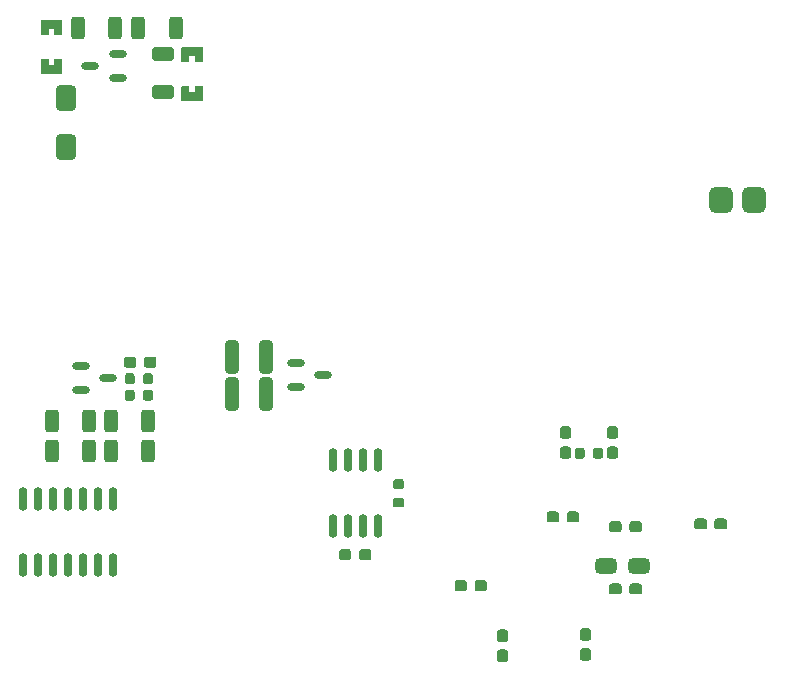
<source format=gbp>
%FSLAX24Y24*%
%MOIN*%
G70*
G01*
G75*
G04 Layer_Color=128*
%ADD10C,0.0098*%
%ADD11C,0.0079*%
%ADD12C,0.0472*%
G04:AMPARAMS|DCode=13|XSize=189mil|YSize=70.9mil|CornerRadius=17.7mil|HoleSize=0mil|Usage=FLASHONLY|Rotation=180.000|XOffset=0mil|YOffset=0mil|HoleType=Round|Shape=RoundedRectangle|*
%AMROUNDEDRECTD13*
21,1,0.1890,0.0354,0,0,180.0*
21,1,0.1535,0.0709,0,0,180.0*
1,1,0.0354,-0.0768,0.0177*
1,1,0.0354,0.0768,0.0177*
1,1,0.0354,0.0768,-0.0177*
1,1,0.0354,-0.0768,-0.0177*
%
%ADD13ROUNDEDRECTD13*%
G04:AMPARAMS|DCode=14|XSize=41mil|YSize=36mil|CornerRadius=1.8mil|HoleSize=0mil|Usage=FLASHONLY|Rotation=180.000|XOffset=0mil|YOffset=0mil|HoleType=Round|Shape=RoundedRectangle|*
%AMROUNDEDRECTD14*
21,1,0.0410,0.0324,0,0,180.0*
21,1,0.0374,0.0360,0,0,180.0*
1,1,0.0036,-0.0187,0.0162*
1,1,0.0036,0.0187,0.0162*
1,1,0.0036,0.0187,-0.0162*
1,1,0.0036,-0.0187,-0.0162*
%
%ADD14ROUNDEDRECTD14*%
%ADD15O,0.0281X0.0591*%
%ADD16R,0.0906X0.1220*%
%ADD17O,0.0787X0.0295*%
G04:AMPARAMS|DCode=18|XSize=28mil|YSize=35.8mil|CornerRadius=2.8mil|HoleSize=0mil|Usage=FLASHONLY|Rotation=0.000|XOffset=0mil|YOffset=0mil|HoleType=Round|Shape=RoundedRectangle|*
%AMROUNDEDRECTD18*
21,1,0.0280,0.0302,0,0,0.0*
21,1,0.0224,0.0358,0,0,0.0*
1,1,0.0056,0.0112,-0.0151*
1,1,0.0056,-0.0112,-0.0151*
1,1,0.0056,-0.0112,0.0151*
1,1,0.0056,0.0112,0.0151*
%
%ADD18ROUNDEDRECTD18*%
G04:AMPARAMS|DCode=19|XSize=41mil|YSize=36mil|CornerRadius=1.8mil|HoleSize=0mil|Usage=FLASHONLY|Rotation=270.000|XOffset=0mil|YOffset=0mil|HoleType=Round|Shape=RoundedRectangle|*
%AMROUNDEDRECTD19*
21,1,0.0410,0.0324,0,0,270.0*
21,1,0.0374,0.0360,0,0,270.0*
1,1,0.0036,-0.0162,-0.0187*
1,1,0.0036,-0.0162,0.0187*
1,1,0.0036,0.0162,0.0187*
1,1,0.0036,0.0162,-0.0187*
%
%ADD19ROUNDEDRECTD19*%
G04:AMPARAMS|DCode=20|XSize=70.9mil|YSize=51.2mil|CornerRadius=12.8mil|HoleSize=0mil|Usage=FLASHONLY|Rotation=270.000|XOffset=0mil|YOffset=0mil|HoleType=Round|Shape=RoundedRectangle|*
%AMROUNDEDRECTD20*
21,1,0.0709,0.0256,0,0,270.0*
21,1,0.0453,0.0512,0,0,270.0*
1,1,0.0256,-0.0128,-0.0226*
1,1,0.0256,-0.0128,0.0226*
1,1,0.0256,0.0128,0.0226*
1,1,0.0256,0.0128,-0.0226*
%
%ADD20ROUNDEDRECTD20*%
G04:AMPARAMS|DCode=21|XSize=55.1mil|YSize=70.9mil|CornerRadius=13.8mil|HoleSize=0mil|Usage=FLASHONLY|Rotation=0.000|XOffset=0mil|YOffset=0mil|HoleType=Round|Shape=RoundedRectangle|*
%AMROUNDEDRECTD21*
21,1,0.0551,0.0433,0,0,0.0*
21,1,0.0276,0.0709,0,0,0.0*
1,1,0.0276,0.0138,-0.0217*
1,1,0.0276,-0.0138,-0.0217*
1,1,0.0276,-0.0138,0.0217*
1,1,0.0276,0.0138,0.0217*
%
%ADD21ROUNDEDRECTD21*%
G04:AMPARAMS|DCode=22|XSize=70.9mil|YSize=51.2mil|CornerRadius=12.8mil|HoleSize=0mil|Usage=FLASHONLY|Rotation=180.000|XOffset=0mil|YOffset=0mil|HoleType=Round|Shape=RoundedRectangle|*
%AMROUNDEDRECTD22*
21,1,0.0709,0.0256,0,0,180.0*
21,1,0.0453,0.0512,0,0,180.0*
1,1,0.0256,-0.0226,0.0128*
1,1,0.0256,0.0226,0.0128*
1,1,0.0256,0.0226,-0.0128*
1,1,0.0256,-0.0226,-0.0128*
%
%ADD22ROUNDEDRECTD22*%
G04:AMPARAMS|DCode=23|XSize=94.5mil|YSize=110.2mil|CornerRadius=23.6mil|HoleSize=0mil|Usage=FLASHONLY|Rotation=270.000|XOffset=0mil|YOffset=0mil|HoleType=Round|Shape=RoundedRectangle|*
%AMROUNDEDRECTD23*
21,1,0.0945,0.0630,0,0,270.0*
21,1,0.0472,0.1102,0,0,270.0*
1,1,0.0472,-0.0315,-0.0236*
1,1,0.0472,-0.0315,0.0236*
1,1,0.0472,0.0315,0.0236*
1,1,0.0472,0.0315,-0.0236*
%
%ADD23ROUNDEDRECTD23*%
%ADD24O,0.0217X0.0492*%
%ADD25O,0.0492X0.0217*%
G04:AMPARAMS|DCode=26|XSize=126mil|YSize=80.7mil|CornerRadius=20.2mil|HoleSize=0mil|Usage=FLASHONLY|Rotation=90.000|XOffset=0mil|YOffset=0mil|HoleType=Round|Shape=RoundedRectangle|*
%AMROUNDEDRECTD26*
21,1,0.1260,0.0404,0,0,90.0*
21,1,0.0856,0.0807,0,0,90.0*
1,1,0.0404,0.0202,0.0428*
1,1,0.0404,0.0202,-0.0428*
1,1,0.0404,-0.0202,-0.0428*
1,1,0.0404,-0.0202,0.0428*
%
%ADD26ROUNDEDRECTD26*%
%ADD27O,0.0807X0.0256*%
%ADD28O,0.0335X0.0118*%
%ADD29O,0.0118X0.0335*%
%ADD30R,0.0394X0.0787*%
%ADD31O,0.0118X0.0591*%
%ADD32O,0.0591X0.0118*%
%ADD33R,0.0394X0.0394*%
G04:AMPARAMS|DCode=34|XSize=90.6mil|YSize=82.7mil|CornerRadius=12.4mil|HoleSize=0mil|Usage=FLASHONLY|Rotation=270.000|XOffset=0mil|YOffset=0mil|HoleType=Round|Shape=RoundedRectangle|*
%AMROUNDEDRECTD34*
21,1,0.0906,0.0579,0,0,270.0*
21,1,0.0657,0.0827,0,0,270.0*
1,1,0.0248,-0.0289,-0.0329*
1,1,0.0248,-0.0289,0.0329*
1,1,0.0248,0.0289,0.0329*
1,1,0.0248,0.0289,-0.0329*
%
%ADD34ROUNDEDRECTD34*%
G04:AMPARAMS|DCode=35|XSize=28mil|YSize=35.8mil|CornerRadius=2.8mil|HoleSize=0mil|Usage=FLASHONLY|Rotation=90.000|XOffset=0mil|YOffset=0mil|HoleType=Round|Shape=RoundedRectangle|*
%AMROUNDEDRECTD35*
21,1,0.0280,0.0302,0,0,90.0*
21,1,0.0224,0.0358,0,0,90.0*
1,1,0.0056,0.0151,0.0112*
1,1,0.0056,0.0151,-0.0112*
1,1,0.0056,-0.0151,-0.0112*
1,1,0.0056,-0.0151,0.0112*
%
%ADD35ROUNDEDRECTD35*%
%ADD36O,0.0591X0.0281*%
G04:AMPARAMS|DCode=37|XSize=86.6mil|YSize=68.9mil|CornerRadius=17.2mil|HoleSize=0mil|Usage=FLASHONLY|Rotation=180.000|XOffset=0mil|YOffset=0mil|HoleType=Round|Shape=RoundedRectangle|*
%AMROUNDEDRECTD37*
21,1,0.0866,0.0344,0,0,180.0*
21,1,0.0522,0.0689,0,0,180.0*
1,1,0.0344,-0.0261,0.0172*
1,1,0.0344,0.0261,0.0172*
1,1,0.0344,0.0261,-0.0172*
1,1,0.0344,-0.0261,-0.0172*
%
%ADD37ROUNDEDRECTD37*%
G04:AMPARAMS|DCode=38|XSize=82.7mil|YSize=78.7mil|CornerRadius=19.7mil|HoleSize=0mil|Usage=FLASHONLY|Rotation=90.000|XOffset=0mil|YOffset=0mil|HoleType=Round|Shape=RoundedRectangle|*
%AMROUNDEDRECTD38*
21,1,0.0827,0.0394,0,0,90.0*
21,1,0.0433,0.0787,0,0,90.0*
1,1,0.0394,0.0197,0.0217*
1,1,0.0394,0.0197,-0.0217*
1,1,0.0394,-0.0197,-0.0217*
1,1,0.0394,-0.0197,0.0217*
%
%ADD38ROUNDEDRECTD38*%
%ADD39O,0.0846X0.0394*%
G04:AMPARAMS|DCode=40|XSize=279.5mil|YSize=218.5mil|CornerRadius=10.9mil|HoleSize=0mil|Usage=FLASHONLY|Rotation=0.000|XOffset=0mil|YOffset=0mil|HoleType=Round|Shape=RoundedRectangle|*
%AMROUNDEDRECTD40*
21,1,0.2795,0.1967,0,0,0.0*
21,1,0.2577,0.2185,0,0,0.0*
1,1,0.0219,0.1288,-0.0983*
1,1,0.0219,-0.1288,-0.0983*
1,1,0.0219,-0.1288,0.0983*
1,1,0.0219,0.1288,0.0983*
%
%ADD40ROUNDEDRECTD40*%
%ADD41R,0.1417X0.1693*%
%ADD42O,0.0866X0.0295*%
%ADD43C,0.0157*%
%ADD44C,0.0197*%
%ADD45C,0.0118*%
%ADD46C,0.0394*%
%ADD47C,0.0315*%
%ADD48C,0.0276*%
%ADD49C,0.0709*%
%ADD50R,0.0709X0.0709*%
%ADD51C,0.1575*%
%ADD52C,0.3150*%
%ADD53C,0.0600*%
%ADD54R,0.0600X0.0600*%
%ADD55C,0.0630*%
%ADD56C,0.0827*%
%ADD57R,0.0827X0.0827*%
%ADD58R,0.0600X0.0600*%
%ADD59R,0.0709X0.0709*%
%ADD60C,0.0315*%
%ADD61C,0.0394*%
%ADD62C,0.0236*%
%ADD63C,0.0400*%
%ADD64C,0.0872*%
G04:AMPARAMS|DCode=65|XSize=78.74mil|YSize=78.74mil|CornerRadius=0mil|HoleSize=0mil|Usage=FLASHONLY|Rotation=0.000|XOffset=0mil|YOffset=0mil|HoleType=Round|Shape=Relief|Width=10mil|Gap=7.9mil|Entries=4|*
%AMTHD65*
7,0,0,0.0787,0.0630,0.0100,45*
%
%ADD65THD65*%
%ADD66C,0.1975*%
%ADD67C,0.2959*%
G04:AMPARAMS|DCode=68|XSize=69.496mil|YSize=69.496mil|CornerRadius=0mil|HoleSize=0mil|Usage=FLASHONLY|Rotation=0.000|XOffset=0mil|YOffset=0mil|HoleType=Round|Shape=Relief|Width=10mil|Gap=7.9mil|Entries=4|*
%AMTHD68*
7,0,0,0.0695,0.0537,0.0100,45*
%
%ADD68THD68*%
%ADD69C,0.0780*%
%ADD70C,0.0794*%
G04:AMPARAMS|DCode=71|XSize=86.614mil|YSize=86.614mil|CornerRadius=0mil|HoleSize=0mil|Usage=FLASHONLY|Rotation=0.000|XOffset=0mil|YOffset=0mil|HoleType=Round|Shape=Relief|Width=10mil|Gap=7.9mil|Entries=4|*
%AMTHD71*
7,0,0,0.0866,0.0709,0.0100,45*
%
%ADD71THD71*%
%ADD72C,0.0951*%
%ADD73C,0.0636*%
G04:AMPARAMS|DCode=74|XSize=47.244mil|YSize=47.244mil|CornerRadius=0mil|HoleSize=0mil|Usage=FLASHONLY|Rotation=0.000|XOffset=0mil|YOffset=0mil|HoleType=Round|Shape=Relief|Width=10mil|Gap=7.9mil|Entries=4|*
%AMTHD74*
7,0,0,0.0472,0.0315,0.0100,45*
%
%ADD74THD74*%
%ADD75C,0.0557*%
%ADD76C,0.0597*%
%ADD77C,0.0518*%
G04:AMPARAMS|DCode=78|XSize=43.307mil|YSize=43.307mil|CornerRadius=0mil|HoleSize=0mil|Usage=FLASHONLY|Rotation=0.000|XOffset=0mil|YOffset=0mil|HoleType=Round|Shape=Relief|Width=10mil|Gap=7.9mil|Entries=4|*
%AMTHD78*
7,0,0,0.0433,0.0276,0.0100,45*
%
%ADD78THD78*%
G04:AMPARAMS|DCode=79|XSize=51.181mil|YSize=51.181mil|CornerRadius=0mil|HoleSize=0mil|Usage=FLASHONLY|Rotation=0.000|XOffset=0mil|YOffset=0mil|HoleType=Round|Shape=Relief|Width=10mil|Gap=7.9mil|Entries=4|*
%AMTHD79*
7,0,0,0.0512,0.0354,0.0100,45*
%
%ADD79THD79*%
G04:AMPARAMS|DCode=80|XSize=78.7mil|YSize=86.6mil|CornerRadius=19.7mil|HoleSize=0mil|Usage=FLASHONLY|Rotation=0.000|XOffset=0mil|YOffset=0mil|HoleType=Round|Shape=RoundedRectangle|*
%AMROUNDEDRECTD80*
21,1,0.0787,0.0472,0,0,0.0*
21,1,0.0394,0.0866,0,0,0.0*
1,1,0.0394,0.0197,-0.0236*
1,1,0.0394,-0.0197,-0.0236*
1,1,0.0394,-0.0197,0.0236*
1,1,0.0394,0.0197,0.0236*
%
%ADD80ROUNDEDRECTD80*%
G04:AMPARAMS|DCode=81|XSize=47.2mil|YSize=74.8mil|CornerRadius=11.8mil|HoleSize=0mil|Usage=FLASHONLY|Rotation=270.000|XOffset=0mil|YOffset=0mil|HoleType=Round|Shape=RoundedRectangle|*
%AMROUNDEDRECTD81*
21,1,0.0472,0.0512,0,0,270.0*
21,1,0.0236,0.0748,0,0,270.0*
1,1,0.0236,-0.0256,-0.0118*
1,1,0.0236,-0.0256,0.0118*
1,1,0.0236,0.0256,0.0118*
1,1,0.0236,0.0256,-0.0118*
%
%ADD81ROUNDEDRECTD81*%
G04:AMPARAMS|DCode=82|XSize=47.2mil|YSize=74.8mil|CornerRadius=11.8mil|HoleSize=0mil|Usage=FLASHONLY|Rotation=180.000|XOffset=0mil|YOffset=0mil|HoleType=Round|Shape=RoundedRectangle|*
%AMROUNDEDRECTD82*
21,1,0.0472,0.0512,0,0,180.0*
21,1,0.0236,0.0748,0,0,180.0*
1,1,0.0236,-0.0118,0.0256*
1,1,0.0236,0.0118,0.0256*
1,1,0.0236,0.0118,-0.0256*
1,1,0.0236,-0.0118,-0.0256*
%
%ADD82ROUNDEDRECTD82*%
G04:AMPARAMS|DCode=83|XSize=86.6mil|YSize=68.9mil|CornerRadius=17.2mil|HoleSize=0mil|Usage=FLASHONLY|Rotation=90.000|XOffset=0mil|YOffset=0mil|HoleType=Round|Shape=RoundedRectangle|*
%AMROUNDEDRECTD83*
21,1,0.0866,0.0344,0,0,90.0*
21,1,0.0522,0.0689,0,0,90.0*
1,1,0.0344,0.0172,0.0261*
1,1,0.0344,0.0172,-0.0261*
1,1,0.0344,-0.0172,-0.0261*
1,1,0.0344,-0.0172,0.0261*
%
%ADD83ROUNDEDRECTD83*%
G04:AMPARAMS|DCode=84|XSize=51.2mil|YSize=72mil|CornerRadius=2.6mil|HoleSize=0mil|Usage=FLASHONLY|Rotation=90.000|XOffset=0mil|YOffset=0mil|HoleType=Round|Shape=RoundedRectangle|*
%AMROUNDEDRECTD84*
21,1,0.0512,0.0669,0,0,90.0*
21,1,0.0461,0.0720,0,0,90.0*
1,1,0.0051,0.0335,0.0230*
1,1,0.0051,0.0335,-0.0230*
1,1,0.0051,-0.0335,-0.0230*
1,1,0.0051,-0.0335,0.0230*
%
%ADD84ROUNDEDRECTD84*%
%ADD85O,0.0295X0.0800*%
G04:AMPARAMS|DCode=86|XSize=110.2mil|YSize=47.2mil|CornerRadius=11.8mil|HoleSize=0mil|Usage=FLASHONLY|Rotation=270.000|XOffset=0mil|YOffset=0mil|HoleType=Round|Shape=RoundedRectangle|*
%AMROUNDEDRECTD86*
21,1,0.1102,0.0236,0,0,270.0*
21,1,0.0866,0.0472,0,0,270.0*
1,1,0.0236,-0.0118,-0.0433*
1,1,0.0236,-0.0118,0.0433*
1,1,0.0236,0.0118,0.0433*
1,1,0.0236,0.0118,-0.0433*
%
%ADD86ROUNDEDRECTD86*%
%ADD87C,0.0070*%
%ADD88C,0.0100*%
%ADD89C,0.0236*%
%ADD90C,0.0071*%
%ADD91C,0.0067*%
%ADD92C,0.0050*%
G04:AMPARAMS|DCode=93|XSize=195mil|YSize=76.8mil|CornerRadius=20.7mil|HoleSize=0mil|Usage=FLASHONLY|Rotation=180.000|XOffset=0mil|YOffset=0mil|HoleType=Round|Shape=RoundedRectangle|*
%AMROUNDEDRECTD93*
21,1,0.1950,0.0354,0,0,180.0*
21,1,0.1535,0.0768,0,0,180.0*
1,1,0.0414,-0.0768,0.0177*
1,1,0.0414,0.0768,0.0177*
1,1,0.0414,0.0768,-0.0177*
1,1,0.0414,-0.0768,-0.0177*
%
%ADD93ROUNDEDRECTD93*%
G04:AMPARAMS|DCode=94|XSize=47mil|YSize=42mil|CornerRadius=4.8mil|HoleSize=0mil|Usage=FLASHONLY|Rotation=180.000|XOffset=0mil|YOffset=0mil|HoleType=Round|Shape=RoundedRectangle|*
%AMROUNDEDRECTD94*
21,1,0.0470,0.0324,0,0,180.0*
21,1,0.0374,0.0420,0,0,180.0*
1,1,0.0096,-0.0187,0.0162*
1,1,0.0096,0.0187,0.0162*
1,1,0.0096,0.0187,-0.0162*
1,1,0.0096,-0.0187,-0.0162*
%
%ADD94ROUNDEDRECTD94*%
%ADD95O,0.0341X0.0650*%
%ADD96R,0.0965X0.1280*%
%ADD97O,0.0847X0.0355*%
G04:AMPARAMS|DCode=98|XSize=33.9mil|YSize=41.8mil|CornerRadius=5.8mil|HoleSize=0mil|Usage=FLASHONLY|Rotation=0.000|XOffset=0mil|YOffset=0mil|HoleType=Round|Shape=RoundedRectangle|*
%AMROUNDEDRECTD98*
21,1,0.0339,0.0302,0,0,0.0*
21,1,0.0224,0.0418,0,0,0.0*
1,1,0.0116,0.0112,-0.0151*
1,1,0.0116,-0.0112,-0.0151*
1,1,0.0116,-0.0112,0.0151*
1,1,0.0116,0.0112,0.0151*
%
%ADD98ROUNDEDRECTD98*%
G04:AMPARAMS|DCode=99|XSize=47mil|YSize=42mil|CornerRadius=4.8mil|HoleSize=0mil|Usage=FLASHONLY|Rotation=270.000|XOffset=0mil|YOffset=0mil|HoleType=Round|Shape=RoundedRectangle|*
%AMROUNDEDRECTD99*
21,1,0.0470,0.0324,0,0,270.0*
21,1,0.0374,0.0420,0,0,270.0*
1,1,0.0096,-0.0162,-0.0187*
1,1,0.0096,-0.0162,0.0187*
1,1,0.0096,0.0162,0.0187*
1,1,0.0096,0.0162,-0.0187*
%
%ADD99ROUNDEDRECTD99*%
G04:AMPARAMS|DCode=100|XSize=76.8mil|YSize=57.2mil|CornerRadius=15.8mil|HoleSize=0mil|Usage=FLASHONLY|Rotation=270.000|XOffset=0mil|YOffset=0mil|HoleType=Round|Shape=RoundedRectangle|*
%AMROUNDEDRECTD100*
21,1,0.0768,0.0256,0,0,270.0*
21,1,0.0453,0.0572,0,0,270.0*
1,1,0.0316,-0.0128,-0.0226*
1,1,0.0316,-0.0128,0.0226*
1,1,0.0316,0.0128,0.0226*
1,1,0.0316,0.0128,-0.0226*
%
%ADD100ROUNDEDRECTD100*%
G04:AMPARAMS|DCode=101|XSize=61.1mil|YSize=76.8mil|CornerRadius=16.8mil|HoleSize=0mil|Usage=FLASHONLY|Rotation=0.000|XOffset=0mil|YOffset=0mil|HoleType=Round|Shape=RoundedRectangle|*
%AMROUNDEDRECTD101*
21,1,0.0611,0.0433,0,0,0.0*
21,1,0.0276,0.0768,0,0,0.0*
1,1,0.0335,0.0138,-0.0217*
1,1,0.0335,-0.0138,-0.0217*
1,1,0.0335,-0.0138,0.0217*
1,1,0.0335,0.0138,0.0217*
%
%ADD101ROUNDEDRECTD101*%
G04:AMPARAMS|DCode=102|XSize=76.8mil|YSize=57.2mil|CornerRadius=15.8mil|HoleSize=0mil|Usage=FLASHONLY|Rotation=180.000|XOffset=0mil|YOffset=0mil|HoleType=Round|Shape=RoundedRectangle|*
%AMROUNDEDRECTD102*
21,1,0.0768,0.0256,0,0,180.0*
21,1,0.0453,0.0572,0,0,180.0*
1,1,0.0316,-0.0226,0.0128*
1,1,0.0316,0.0226,0.0128*
1,1,0.0316,0.0226,-0.0128*
1,1,0.0316,-0.0226,-0.0128*
%
%ADD102ROUNDEDRECTD102*%
G04:AMPARAMS|DCode=103|XSize=100.5mil|YSize=116.2mil|CornerRadius=26.6mil|HoleSize=0mil|Usage=FLASHONLY|Rotation=270.000|XOffset=0mil|YOffset=0mil|HoleType=Round|Shape=RoundedRectangle|*
%AMROUNDEDRECTD103*
21,1,0.1005,0.0630,0,0,270.0*
21,1,0.0472,0.1162,0,0,270.0*
1,1,0.0532,-0.0315,-0.0236*
1,1,0.0532,-0.0315,0.0236*
1,1,0.0532,0.0315,0.0236*
1,1,0.0532,0.0315,-0.0236*
%
%ADD103ROUNDEDRECTD103*%
%ADD104O,0.0256X0.0532*%
%ADD105O,0.0532X0.0256*%
G04:AMPARAMS|DCode=106|XSize=132mil|YSize=86.7mil|CornerRadius=23.2mil|HoleSize=0mil|Usage=FLASHONLY|Rotation=90.000|XOffset=0mil|YOffset=0mil|HoleType=Round|Shape=RoundedRectangle|*
%AMROUNDEDRECTD106*
21,1,0.1320,0.0404,0,0,90.0*
21,1,0.0856,0.0867,0,0,90.0*
1,1,0.0463,0.0202,0.0428*
1,1,0.0463,0.0202,-0.0428*
1,1,0.0463,-0.0202,-0.0428*
1,1,0.0463,-0.0202,0.0428*
%
%ADD106ROUNDEDRECTD106*%
%ADD107O,0.0867X0.0316*%
%ADD108O,0.0374X0.0157*%
%ADD109O,0.0157X0.0374*%
%ADD110O,0.0157X0.0630*%
%ADD111O,0.0630X0.0157*%
G04:AMPARAMS|DCode=112|XSize=96.5mil|YSize=88.7mil|CornerRadius=15.4mil|HoleSize=0mil|Usage=FLASHONLY|Rotation=270.000|XOffset=0mil|YOffset=0mil|HoleType=Round|Shape=RoundedRectangle|*
%AMROUNDEDRECTD112*
21,1,0.0965,0.0579,0,0,270.0*
21,1,0.0657,0.0887,0,0,270.0*
1,1,0.0308,-0.0289,-0.0329*
1,1,0.0308,-0.0289,0.0329*
1,1,0.0308,0.0289,0.0329*
1,1,0.0308,0.0289,-0.0329*
%
%ADD112ROUNDEDRECTD112*%
G04:AMPARAMS|DCode=113|XSize=33.9mil|YSize=41.8mil|CornerRadius=5.8mil|HoleSize=0mil|Usage=FLASHONLY|Rotation=90.000|XOffset=0mil|YOffset=0mil|HoleType=Round|Shape=RoundedRectangle|*
%AMROUNDEDRECTD113*
21,1,0.0339,0.0302,0,0,90.0*
21,1,0.0224,0.0418,0,0,90.0*
1,1,0.0116,0.0151,0.0112*
1,1,0.0116,0.0151,-0.0112*
1,1,0.0116,-0.0151,-0.0112*
1,1,0.0116,-0.0151,0.0112*
%
%ADD113ROUNDEDRECTD113*%
%ADD114O,0.0650X0.0341*%
G04:AMPARAMS|DCode=115|XSize=92.6mil|YSize=74.9mil|CornerRadius=20.2mil|HoleSize=0mil|Usage=FLASHONLY|Rotation=180.000|XOffset=0mil|YOffset=0mil|HoleType=Round|Shape=RoundedRectangle|*
%AMROUNDEDRECTD115*
21,1,0.0926,0.0344,0,0,180.0*
21,1,0.0522,0.0749,0,0,180.0*
1,1,0.0404,-0.0261,0.0172*
1,1,0.0404,0.0261,0.0172*
1,1,0.0404,0.0261,-0.0172*
1,1,0.0404,-0.0261,-0.0172*
%
%ADD115ROUNDEDRECTD115*%
G04:AMPARAMS|DCode=116|XSize=88.7mil|YSize=84.7mil|CornerRadius=22.7mil|HoleSize=0mil|Usage=FLASHONLY|Rotation=90.000|XOffset=0mil|YOffset=0mil|HoleType=Round|Shape=RoundedRectangle|*
%AMROUNDEDRECTD116*
21,1,0.0887,0.0394,0,0,90.0*
21,1,0.0433,0.0847,0,0,90.0*
1,1,0.0454,0.0197,0.0217*
1,1,0.0454,0.0197,-0.0217*
1,1,0.0454,-0.0197,-0.0217*
1,1,0.0454,-0.0197,0.0217*
%
%ADD116ROUNDEDRECTD116*%
%ADD117O,0.0906X0.0454*%
G04:AMPARAMS|DCode=118|XSize=285.5mil|YSize=224.5mil|CornerRadius=13.9mil|HoleSize=0mil|Usage=FLASHONLY|Rotation=0.000|XOffset=0mil|YOffset=0mil|HoleType=Round|Shape=RoundedRectangle|*
%AMROUNDEDRECTD118*
21,1,0.2855,0.1967,0,0,0.0*
21,1,0.2577,0.2245,0,0,0.0*
1,1,0.0278,0.1288,-0.0983*
1,1,0.0278,-0.1288,-0.0983*
1,1,0.0278,-0.1288,0.0983*
1,1,0.0278,0.1288,0.0983*
%
%ADD118ROUNDEDRECTD118*%
%ADD119R,0.1477X0.1753*%
%ADD120O,0.0926X0.0355*%
%ADD121C,0.0768*%
%ADD122R,0.0768X0.0768*%
%ADD123C,0.1635*%
%ADD124C,0.3209*%
%ADD125C,0.0660*%
%ADD126R,0.0660X0.0660*%
%ADD127C,0.0690*%
%ADD128C,0.0887*%
%ADD129R,0.0887X0.0887*%
%ADD130R,0.0660X0.0660*%
%ADD131R,0.0768X0.0768*%
%ADD132C,0.0532*%
G04:AMPARAMS|DCode=133|XSize=84.7mil|YSize=92.6mil|CornerRadius=22.7mil|HoleSize=0mil|Usage=FLASHONLY|Rotation=0.000|XOffset=0mil|YOffset=0mil|HoleType=Round|Shape=RoundedRectangle|*
%AMROUNDEDRECTD133*
21,1,0.0847,0.0472,0,0,0.0*
21,1,0.0394,0.0926,0,0,0.0*
1,1,0.0454,0.0197,-0.0236*
1,1,0.0454,-0.0197,-0.0236*
1,1,0.0454,-0.0197,0.0236*
1,1,0.0454,0.0197,0.0236*
%
%ADD133ROUNDEDRECTD133*%
G04:AMPARAMS|DCode=134|XSize=53.2mil|YSize=80.8mil|CornerRadius=14.8mil|HoleSize=0mil|Usage=FLASHONLY|Rotation=270.000|XOffset=0mil|YOffset=0mil|HoleType=Round|Shape=RoundedRectangle|*
%AMROUNDEDRECTD134*
21,1,0.0532,0.0512,0,0,270.0*
21,1,0.0236,0.0808,0,0,270.0*
1,1,0.0296,-0.0256,-0.0118*
1,1,0.0296,-0.0256,0.0118*
1,1,0.0296,0.0256,0.0118*
1,1,0.0296,0.0256,-0.0118*
%
%ADD134ROUNDEDRECTD134*%
G04:AMPARAMS|DCode=135|XSize=53.2mil|YSize=80.8mil|CornerRadius=14.8mil|HoleSize=0mil|Usage=FLASHONLY|Rotation=180.000|XOffset=0mil|YOffset=0mil|HoleType=Round|Shape=RoundedRectangle|*
%AMROUNDEDRECTD135*
21,1,0.0532,0.0512,0,0,180.0*
21,1,0.0236,0.0808,0,0,180.0*
1,1,0.0296,-0.0118,0.0256*
1,1,0.0296,0.0118,0.0256*
1,1,0.0296,0.0118,-0.0256*
1,1,0.0296,-0.0118,-0.0256*
%
%ADD135ROUNDEDRECTD135*%
G04:AMPARAMS|DCode=136|XSize=92.6mil|YSize=74.9mil|CornerRadius=20.2mil|HoleSize=0mil|Usage=FLASHONLY|Rotation=90.000|XOffset=0mil|YOffset=0mil|HoleType=Round|Shape=RoundedRectangle|*
%AMROUNDEDRECTD136*
21,1,0.0926,0.0344,0,0,90.0*
21,1,0.0522,0.0749,0,0,90.0*
1,1,0.0404,0.0172,0.0261*
1,1,0.0404,0.0172,-0.0261*
1,1,0.0404,-0.0172,-0.0261*
1,1,0.0404,-0.0172,0.0261*
%
%ADD136ROUNDEDRECTD136*%
G04:AMPARAMS|DCode=137|XSize=57.2mil|YSize=78mil|CornerRadius=5.6mil|HoleSize=0mil|Usage=FLASHONLY|Rotation=90.000|XOffset=0mil|YOffset=0mil|HoleType=Round|Shape=RoundedRectangle|*
%AMROUNDEDRECTD137*
21,1,0.0572,0.0669,0,0,90.0*
21,1,0.0461,0.0780,0,0,90.0*
1,1,0.0111,0.0335,0.0230*
1,1,0.0111,0.0335,-0.0230*
1,1,0.0111,-0.0335,-0.0230*
1,1,0.0111,-0.0335,0.0230*
%
%ADD137ROUNDEDRECTD137*%
%ADD138O,0.0355X0.0860*%
G04:AMPARAMS|DCode=139|XSize=116.2mil|YSize=53.2mil|CornerRadius=14.8mil|HoleSize=0mil|Usage=FLASHONLY|Rotation=270.000|XOffset=0mil|YOffset=0mil|HoleType=Round|Shape=RoundedRectangle|*
%AMROUNDEDRECTD139*
21,1,0.1162,0.0236,0,0,270.0*
21,1,0.0866,0.0532,0,0,270.0*
1,1,0.0296,-0.0118,-0.0433*
1,1,0.0296,-0.0118,0.0433*
1,1,0.0296,0.0118,0.0433*
1,1,0.0296,0.0118,-0.0433*
%
%ADD139ROUNDEDRECTD139*%
G36*
X34501Y17852D02*
X34531Y17832D01*
X34551Y17802D01*
X34558Y17767D01*
Y17587D01*
X34551Y17552D01*
X34531Y17522D01*
X34501Y17502D01*
X34466Y17495D01*
X34236D01*
X34201Y17502D01*
X34171Y17522D01*
X34151Y17552D01*
X34144Y17587D01*
Y17767D01*
X34151Y17802D01*
X34171Y17832D01*
X34201Y17852D01*
X34236Y17859D01*
X34466D01*
X34501Y17852D01*
D02*
G37*
G36*
X36666Y17931D02*
X36695Y17911D01*
X36715Y17881D01*
X36722Y17846D01*
Y17666D01*
X36715Y17631D01*
X36695Y17601D01*
X36666Y17581D01*
X36630Y17574D01*
X36400D01*
X36365Y17581D01*
X36336Y17601D01*
X36316Y17631D01*
X36309Y17666D01*
Y17846D01*
X36316Y17881D01*
X36336Y17911D01*
X36365Y17931D01*
X36400Y17938D01*
X36630D01*
X36666Y17931D01*
D02*
G37*
G36*
X25485Y16907D02*
X25515Y16887D01*
X25535Y16857D01*
X25542Y16822D01*
Y16642D01*
X25535Y16607D01*
X25515Y16577D01*
X25485Y16558D01*
X25450Y16551D01*
X25220D01*
X25185Y16558D01*
X25155Y16577D01*
X25135Y16607D01*
X25128Y16642D01*
Y16822D01*
X25135Y16857D01*
X25155Y16887D01*
X25185Y16907D01*
X25220Y16914D01*
X25450D01*
X25485Y16907D01*
D02*
G37*
G36*
X33831Y17852D02*
X33861Y17832D01*
X33881Y17802D01*
X33888Y17767D01*
Y17587D01*
X33881Y17552D01*
X33861Y17522D01*
X33831Y17502D01*
X33796Y17495D01*
X33566D01*
X33531Y17502D01*
X33501Y17522D01*
X33481Y17552D01*
X33474Y17587D01*
Y17767D01*
X33481Y17802D01*
X33501Y17832D01*
X33531Y17852D01*
X33566Y17859D01*
X33796D01*
X33831Y17852D01*
D02*
G37*
G36*
X32414Y18167D02*
X32444Y18147D01*
X32464Y18117D01*
X32471Y18082D01*
Y17902D01*
X32464Y17867D01*
X32444Y17837D01*
X32414Y17817D01*
X32379Y17810D01*
X32149D01*
X32114Y17817D01*
X32084Y17837D01*
X32064Y17867D01*
X32057Y17902D01*
Y18082D01*
X32064Y18117D01*
X32084Y18147D01*
X32114Y18167D01*
X32149Y18174D01*
X32379D01*
X32414Y18167D01*
D02*
G37*
G36*
X26588Y18630D02*
X26614Y18612D01*
X26632Y18586D01*
X26638Y18555D01*
Y18395D01*
X26632Y18363D01*
X26614Y18337D01*
X26588Y18319D01*
X26557Y18313D01*
X26357D01*
X26325Y18319D01*
X26299Y18337D01*
X26281Y18363D01*
X26275Y18395D01*
Y18555D01*
X26281Y18586D01*
X26299Y18612D01*
X26325Y18630D01*
X26357Y18636D01*
X26557D01*
X26588Y18630D01*
D02*
G37*
G36*
X37336Y17931D02*
X37365Y17911D01*
X37385Y17881D01*
X37392Y17846D01*
Y17666D01*
X37385Y17631D01*
X37365Y17601D01*
X37336Y17581D01*
X37300Y17574D01*
X37070D01*
X37035Y17581D01*
X37006Y17601D01*
X36986Y17631D01*
X36979Y17666D01*
Y17846D01*
X36986Y17881D01*
X37006Y17911D01*
X37035Y17931D01*
X37070Y17938D01*
X37300D01*
X37336Y17931D01*
D02*
G37*
G36*
X31744Y18167D02*
X31774Y18147D01*
X31794Y18117D01*
X31801Y18082D01*
Y17902D01*
X31794Y17867D01*
X31774Y17837D01*
X31744Y17817D01*
X31709Y17810D01*
X31479D01*
X31444Y17817D01*
X31414Y17837D01*
X31394Y17867D01*
X31387Y17902D01*
Y18082D01*
X31394Y18117D01*
X31414Y18147D01*
X31444Y18167D01*
X31479Y18174D01*
X31709D01*
X31744Y18167D01*
D02*
G37*
G36*
X24815Y16907D02*
X24845Y16887D01*
X24865Y16857D01*
X24872Y16822D01*
Y16642D01*
X24865Y16607D01*
X24845Y16577D01*
X24815Y16558D01*
X24780Y16551D01*
X24550D01*
X24515Y16558D01*
X24485Y16577D01*
X24465Y16607D01*
X24458Y16642D01*
Y16822D01*
X24465Y16857D01*
X24485Y16887D01*
X24515Y16907D01*
X24550Y16914D01*
X24780D01*
X24815Y16907D01*
D02*
G37*
G36*
X30046Y14236D02*
X30076Y14216D01*
X30096Y14186D01*
X30103Y14151D01*
Y13921D01*
X30096Y13886D01*
X30076Y13856D01*
X30046Y13836D01*
X30011Y13829D01*
X29831D01*
X29796Y13836D01*
X29766Y13856D01*
X29746Y13886D01*
X29739Y13921D01*
Y14151D01*
X29746Y14186D01*
X29766Y14216D01*
X29796Y14236D01*
X29831Y14243D01*
X30011D01*
X30046Y14236D01*
D02*
G37*
G36*
X32802Y14275D02*
X32832Y14255D01*
X32852Y14225D01*
X32859Y14190D01*
Y13960D01*
X32852Y13925D01*
X32832Y13895D01*
X32802Y13875D01*
X32767Y13868D01*
X32587D01*
X32552Y13875D01*
X32522Y13895D01*
X32502Y13925D01*
X32495Y13960D01*
Y14190D01*
X32502Y14225D01*
X32522Y14255D01*
X32552Y14275D01*
X32587Y14282D01*
X32767D01*
X32802Y14275D01*
D02*
G37*
G36*
X30046Y13566D02*
X30076Y13546D01*
X30096Y13516D01*
X30103Y13481D01*
Y13251D01*
X30096Y13216D01*
X30076Y13186D01*
X30046Y13166D01*
X30011Y13159D01*
X29831D01*
X29796Y13166D01*
X29766Y13186D01*
X29746Y13216D01*
X29739Y13251D01*
Y13481D01*
X29746Y13516D01*
X29766Y13546D01*
X29796Y13566D01*
X29831Y13573D01*
X30011D01*
X30046Y13566D01*
D02*
G37*
G36*
X32802Y13605D02*
X32832Y13585D01*
X32852Y13555D01*
X32859Y13520D01*
Y13290D01*
X32852Y13255D01*
X32832Y13225D01*
X32802Y13205D01*
X32767Y13198D01*
X32587D01*
X32552Y13205D01*
X32522Y13225D01*
X32502Y13255D01*
X32495Y13290D01*
Y13520D01*
X32502Y13555D01*
X32522Y13585D01*
X32552Y13605D01*
X32587Y13612D01*
X32767D01*
X32802Y13605D01*
D02*
G37*
G36*
X28673Y15883D02*
X28703Y15864D01*
X28723Y15834D01*
X28730Y15799D01*
Y15619D01*
X28723Y15584D01*
X28703Y15554D01*
X28673Y15534D01*
X28638Y15527D01*
X28408D01*
X28373Y15534D01*
X28343Y15554D01*
X28323Y15584D01*
X28317Y15619D01*
Y15799D01*
X28323Y15834D01*
X28343Y15864D01*
X28373Y15883D01*
X28408Y15890D01*
X28638D01*
X28673Y15883D01*
D02*
G37*
G36*
X29343D02*
X29373Y15864D01*
X29393Y15834D01*
X29400Y15799D01*
Y15619D01*
X29393Y15584D01*
X29373Y15554D01*
X29343Y15534D01*
X29308Y15527D01*
X29078D01*
X29043Y15534D01*
X29013Y15554D01*
X28993Y15584D01*
X28987Y15619D01*
Y15799D01*
X28993Y15834D01*
X29013Y15864D01*
X29043Y15883D01*
X29078Y15890D01*
X29308D01*
X29343Y15883D01*
D02*
G37*
G36*
X33831Y15765D02*
X33861Y15745D01*
X33881Y15716D01*
X33888Y15681D01*
Y15501D01*
X33881Y15465D01*
X33861Y15436D01*
X33831Y15416D01*
X33796Y15409D01*
X33566D01*
X33531Y15416D01*
X33501Y15436D01*
X33481Y15465D01*
X33474Y15501D01*
Y15681D01*
X33481Y15716D01*
X33501Y15745D01*
X33531Y15765D01*
X33566Y15772D01*
X33796D01*
X33831Y15765D01*
D02*
G37*
G36*
X34501D02*
X34531Y15745D01*
X34551Y15716D01*
X34558Y15681D01*
Y15501D01*
X34551Y15465D01*
X34531Y15436D01*
X34501Y15416D01*
X34466Y15409D01*
X34236D01*
X34201Y15416D01*
X34171Y15436D01*
X34151Y15465D01*
X34144Y15501D01*
Y15681D01*
X34151Y15716D01*
X34171Y15745D01*
X34201Y15765D01*
X34236Y15772D01*
X34466D01*
X34501Y15765D01*
D02*
G37*
G36*
X17650Y23324D02*
X17680Y23304D01*
X17699Y23275D01*
X17706Y23240D01*
Y23060D01*
X17699Y23024D01*
X17680Y22995D01*
X17650Y22975D01*
X17615Y22968D01*
X17385D01*
X17350Y22975D01*
X17320Y22995D01*
X17300Y23024D01*
X17293Y23060D01*
Y23240D01*
X17300Y23275D01*
X17320Y23304D01*
X17350Y23324D01*
X17385Y23331D01*
X17615D01*
X17650Y23324D01*
D02*
G37*
G36*
X18320D02*
X18350Y23304D01*
X18369Y23275D01*
X18376Y23240D01*
Y23060D01*
X18369Y23024D01*
X18350Y22995D01*
X18320Y22975D01*
X18285Y22968D01*
X18055D01*
X18020Y22975D01*
X17990Y22995D01*
X17970Y23024D01*
X17963Y23060D01*
Y23240D01*
X17970Y23275D01*
X17990Y23304D01*
X18020Y23324D01*
X18055Y23331D01*
X18285D01*
X18320Y23324D01*
D02*
G37*
G36*
X17601Y22774D02*
X17628Y22756D01*
X17646Y22730D01*
X17652Y22698D01*
Y22498D01*
X17646Y22467D01*
X17628Y22441D01*
X17601Y22423D01*
X17570Y22417D01*
X17410D01*
X17379Y22423D01*
X17353Y22441D01*
X17335Y22467D01*
X17329Y22498D01*
Y22698D01*
X17335Y22730D01*
X17353Y22756D01*
X17379Y22774D01*
X17410Y22780D01*
X17570D01*
X17601Y22774D01*
D02*
G37*
G36*
X18211D02*
X18238Y22756D01*
X18256Y22730D01*
X18262Y22698D01*
Y22498D01*
X18256Y22467D01*
X18238Y22441D01*
X18211Y22423D01*
X18180Y22417D01*
X18020D01*
X17989Y22423D01*
X17963Y22441D01*
X17945Y22467D01*
X17939Y22498D01*
Y22698D01*
X17945Y22730D01*
X17963Y22756D01*
X17989Y22774D01*
X18020Y22780D01*
X18180D01*
X18211Y22774D01*
D02*
G37*
G36*
X19919Y33653D02*
X19927Y33632D01*
Y33180D01*
X19919Y33159D01*
X19898Y33150D01*
X19695D01*
X19674Y33159D01*
X19665Y33180D01*
Y33317D01*
X19657Y33338D01*
X19636Y33347D01*
X19498D01*
X19477Y33338D01*
X19469Y33317D01*
Y33180D01*
X19460Y33159D01*
X19439Y33150D01*
X19236D01*
X19215Y33159D01*
X19207Y33180D01*
Y33632D01*
X19215Y33653D01*
X19236Y33662D01*
X19898D01*
X19919Y33653D01*
D02*
G37*
G36*
X15233Y34559D02*
X15242Y34538D01*
Y34085D01*
X15233Y34064D01*
X15213Y34056D01*
X15010D01*
X14989Y34064D01*
X14980Y34085D01*
Y34223D01*
X14972Y34244D01*
X14951Y34252D01*
X14813D01*
X14792Y34244D01*
X14783Y34223D01*
Y34085D01*
X14775Y34064D01*
X14754Y34056D01*
X14551D01*
X14530Y34064D01*
X14522Y34085D01*
Y34538D01*
X14530Y34559D01*
X14551Y34567D01*
X15213D01*
X15233Y34559D01*
D02*
G37*
G36*
X19919Y32353D02*
X19927Y32332D01*
Y31880D01*
X19919Y31859D01*
X19898Y31850D01*
X19236D01*
X19215Y31859D01*
X19207Y31880D01*
Y32332D01*
X19215Y32353D01*
X19236Y32362D01*
X19439D01*
X19460Y32353D01*
X19469Y32332D01*
Y32194D01*
X19477Y32174D01*
X19498Y32165D01*
X19636D01*
X19657Y32174D01*
X19665Y32194D01*
Y32332D01*
X19674Y32353D01*
X19695Y32362D01*
X19898D01*
X19919Y32353D01*
D02*
G37*
G36*
X15233Y33259D02*
X15242Y33238D01*
Y32785D01*
X15233Y32764D01*
X15213Y32756D01*
X14551D01*
X14530Y32764D01*
X14522Y32785D01*
Y33238D01*
X14530Y33259D01*
X14551Y33267D01*
X14754D01*
X14775Y33259D01*
X14783Y33238D01*
Y33100D01*
X14792Y33079D01*
X14813Y33070D01*
X14951D01*
X14972Y33079D01*
X14980Y33100D01*
Y33238D01*
X14989Y33259D01*
X15010Y33267D01*
X15213D01*
X15233Y33259D01*
D02*
G37*
G36*
X18211Y22223D02*
X18238Y22205D01*
X18256Y22178D01*
X18262Y22147D01*
Y21947D01*
X18256Y21916D01*
X18238Y21890D01*
X18211Y21872D01*
X18180Y21866D01*
X18020D01*
X17989Y21872D01*
X17963Y21890D01*
X17945Y21916D01*
X17939Y21947D01*
Y22147D01*
X17945Y22178D01*
X17963Y22205D01*
X17989Y22223D01*
X18020Y22229D01*
X18180D01*
X18211Y22223D01*
D02*
G37*
G36*
X33708Y20337D02*
X33738Y20317D01*
X33757Y20288D01*
X33764Y20252D01*
Y20022D01*
X33757Y19987D01*
X33738Y19958D01*
X33708Y19938D01*
X33673Y19931D01*
X33493D01*
X33458Y19938D01*
X33428Y19958D01*
X33408Y19987D01*
X33401Y20022D01*
Y20252D01*
X33408Y20288D01*
X33428Y20317D01*
X33458Y20337D01*
X33493Y20344D01*
X33673D01*
X33708Y20337D01*
D02*
G37*
G36*
X32601Y20293D02*
X32628Y20276D01*
X32646Y20249D01*
X32652Y20218D01*
Y20018D01*
X32646Y19987D01*
X32628Y19960D01*
X32601Y19943D01*
X32570Y19937D01*
X32410D01*
X32379Y19943D01*
X32353Y19960D01*
X32335Y19987D01*
X32329Y20018D01*
Y20218D01*
X32335Y20249D01*
X32353Y20276D01*
X32379Y20293D01*
X32410Y20300D01*
X32570D01*
X32601Y20293D01*
D02*
G37*
G36*
X26588Y19240D02*
X26614Y19222D01*
X26632Y19196D01*
X26638Y19165D01*
Y19005D01*
X26632Y18973D01*
X26614Y18947D01*
X26588Y18929D01*
X26557Y18923D01*
X26357D01*
X26325Y18929D01*
X26299Y18947D01*
X26281Y18973D01*
X26275Y19005D01*
Y19165D01*
X26281Y19196D01*
X26299Y19222D01*
X26325Y19240D01*
X26357Y19246D01*
X26557D01*
X26588Y19240D01*
D02*
G37*
G36*
X32133Y20337D02*
X32163Y20317D01*
X32183Y20288D01*
X32190Y20252D01*
Y20022D01*
X32183Y19987D01*
X32163Y19958D01*
X32133Y19938D01*
X32098Y19931D01*
X31918D01*
X31883Y19938D01*
X31853Y19958D01*
X31833Y19987D01*
X31826Y20022D01*
Y20252D01*
X31833Y20288D01*
X31853Y20317D01*
X31883Y20337D01*
X31918Y20344D01*
X32098D01*
X32133Y20337D01*
D02*
G37*
G36*
X33708Y21007D02*
X33738Y20987D01*
X33757Y20958D01*
X33764Y20922D01*
Y20692D01*
X33757Y20657D01*
X33738Y20628D01*
X33708Y20608D01*
X33673Y20601D01*
X33493D01*
X33458Y20608D01*
X33428Y20628D01*
X33408Y20657D01*
X33401Y20692D01*
Y20922D01*
X33408Y20958D01*
X33428Y20987D01*
X33458Y21007D01*
X33493Y21014D01*
X33673D01*
X33708Y21007D01*
D02*
G37*
G36*
X17601Y22223D02*
X17628Y22205D01*
X17646Y22178D01*
X17652Y22147D01*
Y21947D01*
X17646Y21916D01*
X17628Y21890D01*
X17601Y21872D01*
X17570Y21866D01*
X17410D01*
X17379Y21872D01*
X17353Y21890D01*
X17335Y21916D01*
X17329Y21947D01*
Y22147D01*
X17335Y22178D01*
X17353Y22205D01*
X17379Y22223D01*
X17410Y22229D01*
X17570D01*
X17601Y22223D01*
D02*
G37*
G36*
X33211Y20293D02*
X33238Y20276D01*
X33256Y20249D01*
X33262Y20218D01*
Y20018D01*
X33256Y19987D01*
X33238Y19960D01*
X33211Y19943D01*
X33180Y19937D01*
X33020D01*
X32989Y19943D01*
X32963Y19960D01*
X32945Y19987D01*
X32939Y20018D01*
Y20218D01*
X32945Y20249D01*
X32963Y20276D01*
X32989Y20293D01*
X33020Y20300D01*
X33180D01*
X33211Y20293D01*
D02*
G37*
G36*
X32133Y21007D02*
X32163Y20987D01*
X32183Y20958D01*
X32190Y20922D01*
Y20692D01*
X32183Y20657D01*
X32163Y20628D01*
X32133Y20608D01*
X32098Y20601D01*
X31918D01*
X31883Y20608D01*
X31853Y20628D01*
X31833Y20657D01*
X31826Y20692D01*
Y20922D01*
X31833Y20958D01*
X31853Y20987D01*
X31883Y21007D01*
X31918Y21014D01*
X32098D01*
X32133Y21007D01*
D02*
G37*
D22*
X33349Y16339D02*
D03*
X34449D02*
D03*
D36*
X16172Y33025D02*
D03*
X17082Y32625D02*
D03*
Y33425D02*
D03*
X23946Y22723D02*
D03*
X23036Y23123D02*
D03*
Y22323D02*
D03*
X16781Y22605D02*
D03*
X15871Y22205D02*
D03*
Y23005D02*
D03*
D80*
X38305Y28543D02*
D03*
X37205D02*
D03*
D81*
X18583Y33425D02*
D03*
Y32165D02*
D03*
D82*
X19016Y34291D02*
D03*
X17756D02*
D03*
X15748D02*
D03*
X17008D02*
D03*
X18110Y20197D02*
D03*
X16850D02*
D03*
X16142D02*
D03*
X14882D02*
D03*
X18110Y21181D02*
D03*
X16850D02*
D03*
X16142D02*
D03*
X14882D02*
D03*
D83*
X15354Y30335D02*
D03*
Y31949D02*
D03*
D85*
X25748Y17677D02*
D03*
X25248D02*
D03*
Y19877D02*
D03*
X25748D02*
D03*
X24248Y17677D02*
D03*
Y19877D02*
D03*
X24748Y17677D02*
D03*
Y19877D02*
D03*
X14937Y16383D02*
D03*
Y18583D02*
D03*
X16437Y16383D02*
D03*
X15937D02*
D03*
X15437D02*
D03*
X16937D02*
D03*
X16437Y18583D02*
D03*
X15937D02*
D03*
X15437D02*
D03*
X16937D02*
D03*
X14437Y16383D02*
D03*
X13937D02*
D03*
X14437Y18583D02*
D03*
X13937D02*
D03*
D86*
X20886Y23307D02*
D03*
X22028D02*
D03*
X20886Y22087D02*
D03*
X22028D02*
D03*
M02*

</source>
